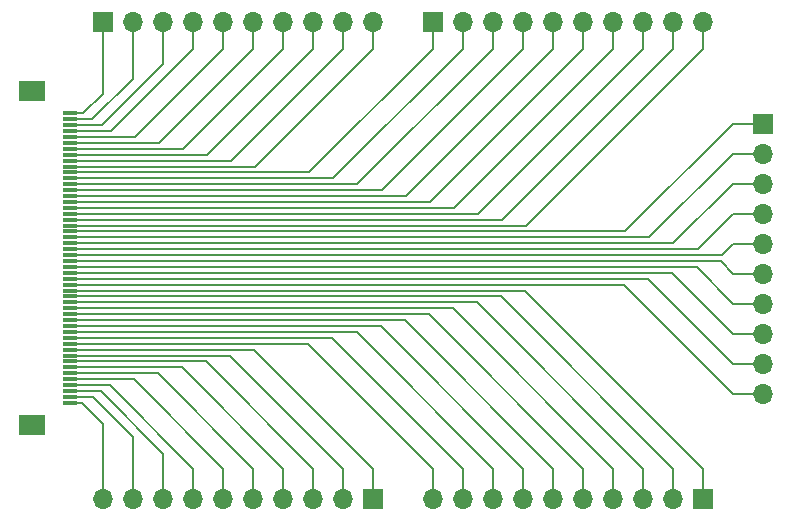
<source format=gbr>
%TF.GenerationSoftware,KiCad,Pcbnew,(5.1.6)-1*%
%TF.CreationDate,2020-12-27T15:21:12+01:00*%
%TF.ProjectId,XY_ADAPTER_FPC50,58595f41-4441-4505-9445-525f46504335,rev?*%
%TF.SameCoordinates,Original*%
%TF.FileFunction,Copper,L1,Top*%
%TF.FilePolarity,Positive*%
%FSLAX46Y46*%
G04 Gerber Fmt 4.6, Leading zero omitted, Abs format (unit mm)*
G04 Created by KiCad (PCBNEW (5.1.6)-1) date 2020-12-27 15:21:12*
%MOMM*%
%LPD*%
G01*
G04 APERTURE LIST*
%TA.AperFunction,SMDPad,CuDef*%
%ADD10R,1.300000X0.300000*%
%TD*%
%TA.AperFunction,SMDPad,CuDef*%
%ADD11R,2.200000X1.800000*%
%TD*%
%TA.AperFunction,ComponentPad*%
%ADD12O,1.700000X1.700000*%
%TD*%
%TA.AperFunction,ComponentPad*%
%ADD13R,1.700000X1.700000*%
%TD*%
%TA.AperFunction,Conductor*%
%ADD14C,0.152400*%
%TD*%
G04 APERTURE END LIST*
D10*
%TO.P,J1,50*%
%TO.N,Net-(J1-Pad50)*%
X71810000Y-112210000D03*
%TO.P,J1,49*%
%TO.N,Net-(J1-Pad49)*%
X71810000Y-111710000D03*
%TO.P,J1,48*%
%TO.N,Net-(J1-Pad48)*%
X71810000Y-111210000D03*
%TO.P,J1,47*%
%TO.N,Net-(J1-Pad47)*%
X71810000Y-110710000D03*
%TO.P,J1,46*%
%TO.N,Net-(J1-Pad46)*%
X71810000Y-110210000D03*
%TO.P,J1,45*%
%TO.N,Net-(J1-Pad45)*%
X71810000Y-109710000D03*
%TO.P,J1,44*%
%TO.N,Net-(J1-Pad44)*%
X71810000Y-109210000D03*
%TO.P,J1,43*%
%TO.N,Net-(J1-Pad43)*%
X71810000Y-108710000D03*
%TO.P,J1,42*%
%TO.N,Net-(J1-Pad42)*%
X71810000Y-108210000D03*
%TO.P,J1,41*%
%TO.N,Net-(J1-Pad41)*%
X71810000Y-107710000D03*
%TO.P,J1,40*%
%TO.N,Net-(J1-Pad40)*%
X71810000Y-107210000D03*
%TO.P,J1,39*%
%TO.N,Net-(J1-Pad39)*%
X71810000Y-106710000D03*
%TO.P,J1,38*%
%TO.N,Net-(J1-Pad38)*%
X71810000Y-106210000D03*
%TO.P,J1,37*%
%TO.N,Net-(J1-Pad37)*%
X71810000Y-105710000D03*
%TO.P,J1,36*%
%TO.N,Net-(J1-Pad36)*%
X71810000Y-105210000D03*
%TO.P,J1,35*%
%TO.N,Net-(J1-Pad35)*%
X71810000Y-104710000D03*
%TO.P,J1,34*%
%TO.N,Net-(J1-Pad34)*%
X71810000Y-104210000D03*
%TO.P,J1,33*%
%TO.N,Net-(J1-Pad33)*%
X71810000Y-103710000D03*
%TO.P,J1,32*%
%TO.N,Net-(J1-Pad32)*%
X71810000Y-103210000D03*
%TO.P,J1,31*%
%TO.N,Net-(J1-Pad31)*%
X71810000Y-102710000D03*
%TO.P,J1,30*%
%TO.N,Net-(J1-Pad30)*%
X71810000Y-102210000D03*
%TO.P,J1,29*%
%TO.N,Net-(J1-Pad29)*%
X71810000Y-101710000D03*
%TO.P,J1,28*%
%TO.N,Net-(J1-Pad28)*%
X71810000Y-101210000D03*
%TO.P,J1,27*%
%TO.N,Net-(J1-Pad27)*%
X71810000Y-100710000D03*
%TO.P,J1,26*%
%TO.N,Net-(J1-Pad26)*%
X71810000Y-100210000D03*
%TO.P,J1,25*%
%TO.N,Net-(J1-Pad25)*%
X71810000Y-99710000D03*
%TO.P,J1,24*%
%TO.N,Net-(J1-Pad24)*%
X71810000Y-99210000D03*
%TO.P,J1,23*%
%TO.N,Net-(J1-Pad23)*%
X71810000Y-98710000D03*
%TO.P,J1,22*%
%TO.N,Net-(J1-Pad22)*%
X71810000Y-98210000D03*
%TO.P,J1,21*%
%TO.N,Net-(J1-Pad21)*%
X71810000Y-97710000D03*
%TO.P,J1,20*%
%TO.N,Net-(J1-Pad20)*%
X71810000Y-97210000D03*
%TO.P,J1,19*%
%TO.N,Net-(J1-Pad19)*%
X71810000Y-96710000D03*
%TO.P,J1,18*%
%TO.N,Net-(J1-Pad18)*%
X71810000Y-96210000D03*
%TO.P,J1,17*%
%TO.N,Net-(J1-Pad17)*%
X71810000Y-95710000D03*
%TO.P,J1,16*%
%TO.N,Net-(J1-Pad16)*%
X71810000Y-95210000D03*
%TO.P,J1,15*%
%TO.N,Net-(J1-Pad15)*%
X71810000Y-94710000D03*
%TO.P,J1,14*%
%TO.N,Net-(J1-Pad14)*%
X71810000Y-94210000D03*
%TO.P,J1,13*%
%TO.N,Net-(J1-Pad13)*%
X71810000Y-93710000D03*
%TO.P,J1,12*%
%TO.N,Net-(J1-Pad12)*%
X71810000Y-93210000D03*
%TO.P,J1,11*%
%TO.N,Net-(J1-Pad11)*%
X71810000Y-92710000D03*
%TO.P,J1,10*%
%TO.N,Net-(J1-Pad10)*%
X71810000Y-92210000D03*
%TO.P,J1,9*%
%TO.N,Net-(J1-Pad9)*%
X71810000Y-91710000D03*
%TO.P,J1,8*%
%TO.N,Net-(J1-Pad8)*%
X71810000Y-91210000D03*
%TO.P,J1,7*%
%TO.N,Net-(J1-Pad7)*%
X71810000Y-90710000D03*
%TO.P,J1,6*%
%TO.N,Net-(J1-Pad6)*%
X71810000Y-90210000D03*
%TO.P,J1,5*%
%TO.N,Net-(J1-Pad5)*%
X71810000Y-89710000D03*
%TO.P,J1,4*%
%TO.N,Net-(J1-Pad4)*%
X71810000Y-89210000D03*
%TO.P,J1,3*%
%TO.N,Net-(J1-Pad3)*%
X71810000Y-88710000D03*
%TO.P,J1,2*%
%TO.N,Net-(J1-Pad2)*%
X71810000Y-88210000D03*
%TO.P,J1,1*%
%TO.N,Net-(J1-Pad1)*%
X71810000Y-87710000D03*
D11*
%TO.P,J1,MP*%
%TO.N,N/C*%
X68560000Y-85810000D03*
X68560000Y-114110000D03*
%TD*%
D12*
%TO.P,J6,10*%
%TO.N,Net-(J1-Pad50)*%
X74600000Y-120320000D03*
%TO.P,J6,9*%
%TO.N,Net-(J1-Pad49)*%
X77140000Y-120320000D03*
%TO.P,J6,8*%
%TO.N,Net-(J1-Pad48)*%
X79680000Y-120320000D03*
%TO.P,J6,7*%
%TO.N,Net-(J1-Pad47)*%
X82220000Y-120320000D03*
%TO.P,J6,6*%
%TO.N,Net-(J1-Pad46)*%
X84760000Y-120320000D03*
%TO.P,J6,5*%
%TO.N,Net-(J1-Pad45)*%
X87300000Y-120320000D03*
%TO.P,J6,4*%
%TO.N,Net-(J1-Pad44)*%
X89840000Y-120320000D03*
%TO.P,J6,3*%
%TO.N,Net-(J1-Pad43)*%
X92380000Y-120320000D03*
%TO.P,J6,2*%
%TO.N,Net-(J1-Pad42)*%
X94920000Y-120320000D03*
D13*
%TO.P,J6,1*%
%TO.N,Net-(J1-Pad41)*%
X97460000Y-120320000D03*
%TD*%
D12*
%TO.P,J5,10*%
%TO.N,Net-(J1-Pad40)*%
X102540000Y-120320000D03*
%TO.P,J5,9*%
%TO.N,Net-(J1-Pad39)*%
X105080000Y-120320000D03*
%TO.P,J5,8*%
%TO.N,Net-(J1-Pad38)*%
X107620000Y-120320000D03*
%TO.P,J5,7*%
%TO.N,Net-(J1-Pad37)*%
X110160000Y-120320000D03*
%TO.P,J5,6*%
%TO.N,Net-(J1-Pad36)*%
X112700000Y-120320000D03*
%TO.P,J5,5*%
%TO.N,Net-(J1-Pad35)*%
X115240000Y-120320000D03*
%TO.P,J5,4*%
%TO.N,Net-(J1-Pad34)*%
X117780000Y-120320000D03*
%TO.P,J5,3*%
%TO.N,Net-(J1-Pad33)*%
X120320000Y-120320000D03*
%TO.P,J5,2*%
%TO.N,Net-(J1-Pad32)*%
X122860000Y-120320000D03*
D13*
%TO.P,J5,1*%
%TO.N,Net-(J1-Pad31)*%
X125400000Y-120320000D03*
%TD*%
D12*
%TO.P,J4,10*%
%TO.N,Net-(J1-Pad30)*%
X130480000Y-111430000D03*
%TO.P,J4,9*%
%TO.N,Net-(J1-Pad29)*%
X130480000Y-108890000D03*
%TO.P,J4,8*%
%TO.N,Net-(J1-Pad28)*%
X130480000Y-106350000D03*
%TO.P,J4,7*%
%TO.N,Net-(J1-Pad27)*%
X130480000Y-103810000D03*
%TO.P,J4,6*%
%TO.N,Net-(J1-Pad26)*%
X130480000Y-101270000D03*
%TO.P,J4,5*%
%TO.N,Net-(J1-Pad25)*%
X130480000Y-98730000D03*
%TO.P,J4,4*%
%TO.N,Net-(J1-Pad24)*%
X130480000Y-96190000D03*
%TO.P,J4,3*%
%TO.N,Net-(J1-Pad23)*%
X130480000Y-93650000D03*
%TO.P,J4,2*%
%TO.N,Net-(J1-Pad22)*%
X130480000Y-91110000D03*
D13*
%TO.P,J4,1*%
%TO.N,Net-(J1-Pad21)*%
X130480000Y-88570000D03*
%TD*%
D12*
%TO.P,J3,10*%
%TO.N,Net-(J1-Pad20)*%
X125400000Y-79960000D03*
%TO.P,J3,9*%
%TO.N,Net-(J1-Pad19)*%
X122860000Y-79960000D03*
%TO.P,J3,8*%
%TO.N,Net-(J1-Pad18)*%
X120320000Y-79960000D03*
%TO.P,J3,7*%
%TO.N,Net-(J1-Pad17)*%
X117780000Y-79960000D03*
%TO.P,J3,6*%
%TO.N,Net-(J1-Pad16)*%
X115240000Y-79960000D03*
%TO.P,J3,5*%
%TO.N,Net-(J1-Pad15)*%
X112700000Y-79960000D03*
%TO.P,J3,4*%
%TO.N,Net-(J1-Pad14)*%
X110160000Y-79960000D03*
%TO.P,J3,3*%
%TO.N,Net-(J1-Pad13)*%
X107620000Y-79960000D03*
%TO.P,J3,2*%
%TO.N,Net-(J1-Pad12)*%
X105080000Y-79960000D03*
D13*
%TO.P,J3,1*%
%TO.N,Net-(J1-Pad11)*%
X102540000Y-79960000D03*
%TD*%
D12*
%TO.P,J2,10*%
%TO.N,Net-(J1-Pad10)*%
X97460000Y-79960000D03*
%TO.P,J2,9*%
%TO.N,Net-(J1-Pad9)*%
X94920000Y-79960000D03*
%TO.P,J2,8*%
%TO.N,Net-(J1-Pad8)*%
X92380000Y-79960000D03*
%TO.P,J2,7*%
%TO.N,Net-(J1-Pad7)*%
X89840000Y-79960000D03*
%TO.P,J2,6*%
%TO.N,Net-(J1-Pad6)*%
X87300000Y-79960000D03*
%TO.P,J2,5*%
%TO.N,Net-(J1-Pad5)*%
X84760000Y-79960000D03*
%TO.P,J2,4*%
%TO.N,Net-(J1-Pad4)*%
X82220000Y-79960000D03*
%TO.P,J2,3*%
%TO.N,Net-(J1-Pad3)*%
X79680000Y-79960000D03*
%TO.P,J2,2*%
%TO.N,Net-(J1-Pad2)*%
X77140000Y-79960000D03*
D13*
%TO.P,J2,1*%
%TO.N,Net-(J1-Pad1)*%
X74600000Y-79960000D03*
%TD*%
D14*
%TO.N,Net-(J1-Pad50)*%
X71810000Y-112210000D02*
X72840000Y-112210000D01*
X74600000Y-113970000D02*
X74600000Y-120320000D01*
X72840000Y-112210000D02*
X74600000Y-113970000D01*
%TO.N,Net-(J1-Pad49)*%
X77140000Y-115103800D02*
X77140000Y-120320000D01*
X71810000Y-111710000D02*
X73746200Y-111710000D01*
X73746200Y-111710000D02*
X77140000Y-115103800D01*
%TO.N,Net-(J1-Pad48)*%
X79680000Y-116510000D02*
X79680000Y-120320000D01*
X71810000Y-111210000D02*
X74380000Y-111210000D01*
X74380000Y-111210000D02*
X79680000Y-116510000D01*
%TO.N,Net-(J1-Pad47)*%
X71810000Y-110710000D02*
X75150000Y-110710000D01*
X82220000Y-117780000D02*
X82220000Y-120320000D01*
X75150000Y-110710000D02*
X82220000Y-117780000D01*
%TO.N,Net-(J1-Pad46)*%
X71810000Y-110210000D02*
X77190000Y-110210000D01*
X84760000Y-117780000D02*
X84760000Y-120320000D01*
X77190000Y-110210000D02*
X84760000Y-117780000D01*
%TO.N,Net-(J1-Pad45)*%
X71810000Y-109710000D02*
X79230000Y-109710000D01*
X87300000Y-117780000D02*
X87300000Y-120320000D01*
X79230000Y-109710000D02*
X87300000Y-117780000D01*
%TO.N,Net-(J1-Pad44)*%
X71810000Y-109210000D02*
X81270000Y-109210000D01*
X89840000Y-117780000D02*
X89840000Y-120320000D01*
X81270000Y-109210000D02*
X89840000Y-117780000D01*
%TO.N,Net-(J1-Pad43)*%
X71810000Y-108710000D02*
X83310000Y-108710000D01*
X92380000Y-117780000D02*
X92380000Y-120320000D01*
X83310000Y-108710000D02*
X92380000Y-117780000D01*
%TO.N,Net-(J1-Pad42)*%
X71810000Y-108210000D02*
X85350000Y-108210000D01*
X94920000Y-117780000D02*
X94920000Y-120320000D01*
X85350000Y-108210000D02*
X94920000Y-117780000D01*
%TO.N,Net-(J1-Pad41)*%
X71810000Y-107710000D02*
X87390000Y-107710000D01*
X97460000Y-117780000D02*
X97460000Y-120320000D01*
X87390000Y-107710000D02*
X97460000Y-117780000D01*
%TO.N,Net-(J1-Pad40)*%
X71810000Y-107210000D02*
X91970000Y-107210000D01*
X102540000Y-117780000D02*
X102540000Y-120320000D01*
X91970000Y-107210000D02*
X102540000Y-117780000D01*
%TO.N,Net-(J1-Pad39)*%
X71810000Y-106710000D02*
X94010000Y-106710000D01*
X105080000Y-117780000D02*
X105080000Y-120320000D01*
X94010000Y-106710000D02*
X105080000Y-117780000D01*
%TO.N,Net-(J1-Pad38)*%
X71810000Y-106210000D02*
X96050000Y-106210000D01*
X107620000Y-117780000D02*
X107620000Y-120320000D01*
X96050000Y-106210000D02*
X107620000Y-117780000D01*
%TO.N,Net-(J1-Pad37)*%
X71810000Y-105710000D02*
X98090000Y-105710000D01*
X110160000Y-117780000D02*
X110160000Y-120320000D01*
X98090000Y-105710000D02*
X110160000Y-117780000D01*
%TO.N,Net-(J1-Pad36)*%
X71810000Y-105210000D02*
X100130000Y-105210000D01*
X112700000Y-117780000D02*
X112700000Y-120320000D01*
X100130000Y-105210000D02*
X112700000Y-117780000D01*
%TO.N,Net-(J1-Pad35)*%
X71810000Y-104710000D02*
X102170000Y-104710000D01*
X115240000Y-117780000D02*
X115240000Y-120320000D01*
X102170000Y-104710000D02*
X115240000Y-117780000D01*
%TO.N,Net-(J1-Pad34)*%
X71810000Y-104210000D02*
X104210000Y-104210000D01*
X117780000Y-117780000D02*
X117780000Y-120320000D01*
X104210000Y-104210000D02*
X117780000Y-117780000D01*
%TO.N,Net-(J1-Pad33)*%
X71810000Y-103710000D02*
X106250000Y-103710000D01*
X120320000Y-117780000D02*
X120320000Y-120320000D01*
X106250000Y-103710000D02*
X120320000Y-117780000D01*
%TO.N,Net-(J1-Pad32)*%
X71810000Y-103210000D02*
X108290000Y-103210000D01*
X122860000Y-117780000D02*
X122860000Y-120320000D01*
X108290000Y-103210000D02*
X122860000Y-117780000D01*
%TO.N,Net-(J1-Pad31)*%
X71810000Y-102710000D02*
X110330000Y-102710000D01*
X125400000Y-117780000D02*
X125400000Y-120320000D01*
X110330000Y-102710000D02*
X125400000Y-117780000D01*
%TO.N,Net-(J1-Pad30)*%
X71810000Y-102210000D02*
X118720000Y-102210000D01*
X127940000Y-111430000D02*
X130480000Y-111430000D01*
X118720000Y-102210000D02*
X127940000Y-111430000D01*
%TO.N,Net-(J1-Pad29)*%
X127940000Y-108890000D02*
X130480000Y-108890000D01*
X71810000Y-101710000D02*
X120760000Y-101710000D01*
X120760000Y-101710000D02*
X127940000Y-108890000D01*
%TO.N,Net-(J1-Pad28)*%
X71810000Y-101210000D02*
X122800000Y-101210000D01*
X127940000Y-106350000D02*
X130480000Y-106350000D01*
X122800000Y-101210000D02*
X127940000Y-106350000D01*
%TO.N,Net-(J1-Pad27)*%
X71810000Y-100710000D02*
X124840000Y-100710000D01*
X127940000Y-103810000D02*
X130480000Y-103810000D01*
X124840000Y-100710000D02*
X127940000Y-103810000D01*
%TO.N,Net-(J1-Pad26)*%
X71810000Y-100210000D02*
X126880000Y-100210000D01*
X127940000Y-101270000D02*
X130480000Y-101270000D01*
X126880000Y-100210000D02*
X127940000Y-101270000D01*
%TO.N,Net-(J1-Pad25)*%
X71810000Y-99710000D02*
X126960000Y-99710000D01*
X127940000Y-98730000D02*
X130480000Y-98730000D01*
X126960000Y-99710000D02*
X127940000Y-98730000D01*
%TO.N,Net-(J1-Pad24)*%
X71810000Y-99210000D02*
X124920000Y-99210000D01*
X127940000Y-96190000D02*
X130480000Y-96190000D01*
X124920000Y-99210000D02*
X127940000Y-96190000D01*
%TO.N,Net-(J1-Pad23)*%
X71810000Y-98710000D02*
X122880000Y-98710000D01*
X127940000Y-93650000D02*
X130480000Y-93650000D01*
X122880000Y-98710000D02*
X127940000Y-93650000D01*
%TO.N,Net-(J1-Pad22)*%
X71810000Y-98210000D02*
X120840000Y-98210000D01*
X127940000Y-91110000D02*
X130480000Y-91110000D01*
X120840000Y-98210000D02*
X127940000Y-91110000D01*
%TO.N,Net-(J1-Pad21)*%
X71810000Y-97710000D02*
X118800000Y-97710000D01*
X127940000Y-88570000D02*
X130480000Y-88570000D01*
X118800000Y-97710000D02*
X127940000Y-88570000D01*
%TO.N,Net-(J1-Pad20)*%
X71810000Y-97210000D02*
X110410000Y-97210000D01*
X125400000Y-82220000D02*
X125400000Y-79960000D01*
X110410000Y-97210000D02*
X125400000Y-82220000D01*
%TO.N,Net-(J1-Pad19)*%
X71810000Y-96710000D02*
X108370000Y-96710000D01*
X122860000Y-82220000D02*
X122860000Y-79960000D01*
X108370000Y-96710000D02*
X122860000Y-82220000D01*
%TO.N,Net-(J1-Pad18)*%
X71810000Y-96210000D02*
X106330000Y-96210000D01*
X120320000Y-82220000D02*
X120320000Y-79960000D01*
X106330000Y-96210000D02*
X120320000Y-82220000D01*
%TO.N,Net-(J1-Pad17)*%
X117780000Y-82220000D02*
X117780000Y-79960000D01*
X71810000Y-95710000D02*
X104290000Y-95710000D01*
X104290000Y-95710000D02*
X117780000Y-82220000D01*
%TO.N,Net-(J1-Pad16)*%
X115240000Y-82220000D02*
X115240000Y-79960000D01*
X71810000Y-95210000D02*
X102250000Y-95210000D01*
X102250000Y-95210000D02*
X115240000Y-82220000D01*
%TO.N,Net-(J1-Pad15)*%
X112700000Y-82220000D02*
X112700000Y-79960000D01*
X71810000Y-94710000D02*
X100210000Y-94710000D01*
X100210000Y-94710000D02*
X112700000Y-82220000D01*
%TO.N,Net-(J1-Pad14)*%
X110160000Y-82220000D02*
X110160000Y-79960000D01*
X71810000Y-94210000D02*
X98170000Y-94210000D01*
X98170000Y-94210000D02*
X110160000Y-82220000D01*
%TO.N,Net-(J1-Pad13)*%
X107620000Y-82220000D02*
X107620000Y-79960000D01*
X71810000Y-93710000D02*
X96130000Y-93710000D01*
X96130000Y-93710000D02*
X107620000Y-82220000D01*
%TO.N,Net-(J1-Pad12)*%
X105080000Y-82220000D02*
X105080000Y-79960000D01*
X71810000Y-93210000D02*
X94090000Y-93210000D01*
X94090000Y-93210000D02*
X105080000Y-82220000D01*
%TO.N,Net-(J1-Pad11)*%
X102540000Y-82220000D02*
X102540000Y-79960000D01*
X71810000Y-92710000D02*
X92050000Y-92710000D01*
X92050000Y-92710000D02*
X102540000Y-82220000D01*
%TO.N,Net-(J1-Pad10)*%
X71810000Y-92210000D02*
X87470000Y-92210000D01*
X97460000Y-82220000D02*
X97460000Y-79960000D01*
X87470000Y-92210000D02*
X97460000Y-82220000D01*
%TO.N,Net-(J1-Pad9)*%
X94920000Y-82220000D02*
X94920000Y-79960000D01*
X71810000Y-91710000D02*
X85430000Y-91710000D01*
X85430000Y-91710000D02*
X94920000Y-82220000D01*
%TO.N,Net-(J1-Pad8)*%
X92380000Y-82220000D02*
X92380000Y-79960000D01*
X71810000Y-91210000D02*
X83390000Y-91210000D01*
X83390000Y-91210000D02*
X92380000Y-82220000D01*
%TO.N,Net-(J1-Pad7)*%
X89840000Y-82220000D02*
X89840000Y-79960000D01*
X71810000Y-90710000D02*
X81350000Y-90710000D01*
X81350000Y-90710000D02*
X89840000Y-82220000D01*
%TO.N,Net-(J1-Pad6)*%
X87300000Y-82220000D02*
X87300000Y-79960000D01*
X71810000Y-90210000D02*
X79310000Y-90210000D01*
X79310000Y-90210000D02*
X87300000Y-82220000D01*
%TO.N,Net-(J1-Pad5)*%
X84760000Y-82220000D02*
X84760000Y-79960000D01*
X71810000Y-89710000D02*
X77270000Y-89710000D01*
X77270000Y-89710000D02*
X84760000Y-82220000D01*
%TO.N,Net-(J1-Pad4)*%
X82220000Y-82220000D02*
X82220000Y-79960000D01*
X71810000Y-89210000D02*
X75230000Y-89210000D01*
X75230000Y-89210000D02*
X82220000Y-82220000D01*
%TO.N,Net-(J1-Pad3)*%
X71810000Y-88710000D02*
X74460000Y-88710000D01*
X79680000Y-83490000D02*
X79680000Y-79960000D01*
X74460000Y-88710000D02*
X79680000Y-83490000D01*
%TO.N,Net-(J1-Pad2)*%
X77140000Y-84760000D02*
X77140000Y-79960000D01*
X71810000Y-88210000D02*
X73690000Y-88210000D01*
X73690000Y-88210000D02*
X77140000Y-84760000D01*
%TO.N,Net-(J1-Pad1)*%
X71810000Y-87710000D02*
X72920000Y-87710000D01*
X74600000Y-86030000D02*
X74600000Y-79960000D01*
X72920000Y-87710000D02*
X74600000Y-86030000D01*
%TD*%
M02*

</source>
